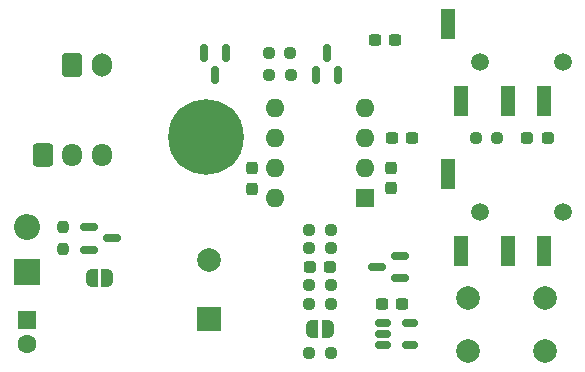
<source format=gbr>
%TF.GenerationSoftware,KiCad,Pcbnew,8.0.4-1.fc40*%
%TF.CreationDate,2024-08-14T09:28:34-05:00*%
%TF.ProjectId,K9QW_ATTiny_CW_Keyer,4b395157-5f41-4545-9469-6e795f43575f,rev?*%
%TF.SameCoordinates,Original*%
%TF.FileFunction,Soldermask,Top*%
%TF.FilePolarity,Negative*%
%FSLAX46Y46*%
G04 Gerber Fmt 4.6, Leading zero omitted, Abs format (unit mm)*
G04 Created by KiCad (PCBNEW 8.0.4-1.fc40) date 2024-08-14 09:28:34*
%MOMM*%
%LPD*%
G01*
G04 APERTURE LIST*
G04 Aperture macros list*
%AMRoundRect*
0 Rectangle with rounded corners*
0 $1 Rounding radius*
0 $2 $3 $4 $5 $6 $7 $8 $9 X,Y pos of 4 corners*
0 Add a 4 corners polygon primitive as box body*
4,1,4,$2,$3,$4,$5,$6,$7,$8,$9,$2,$3,0*
0 Add four circle primitives for the rounded corners*
1,1,$1+$1,$2,$3*
1,1,$1+$1,$4,$5*
1,1,$1+$1,$6,$7*
1,1,$1+$1,$8,$9*
0 Add four rect primitives between the rounded corners*
20,1,$1+$1,$2,$3,$4,$5,0*
20,1,$1+$1,$4,$5,$6,$7,0*
20,1,$1+$1,$6,$7,$8,$9,0*
20,1,$1+$1,$8,$9,$2,$3,0*%
%AMFreePoly0*
4,1,19,0.500000,-0.750000,0.000000,-0.750000,0.000000,-0.744911,-0.071157,-0.744911,-0.207708,-0.704816,-0.327430,-0.627875,-0.420627,-0.520320,-0.479746,-0.390866,-0.500000,-0.250000,-0.500000,0.250000,-0.479746,0.390866,-0.420627,0.520320,-0.327430,0.627875,-0.207708,0.704816,-0.071157,0.744911,0.000000,0.744911,0.000000,0.750000,0.500000,0.750000,0.500000,-0.750000,0.500000,-0.750000,
$1*%
%AMFreePoly1*
4,1,19,0.000000,0.744911,0.071157,0.744911,0.207708,0.704816,0.327430,0.627875,0.420627,0.520320,0.479746,0.390866,0.500000,0.250000,0.500000,-0.250000,0.479746,-0.390866,0.420627,-0.520320,0.327430,-0.627875,0.207708,-0.704816,0.071157,-0.744911,0.000000,-0.744911,0.000000,-0.750000,-0.500000,-0.750000,-0.500000,0.750000,0.000000,0.750000,0.000000,0.744911,0.000000,0.744911,
$1*%
G04 Aperture macros list end*
%ADD10RoundRect,0.237500X0.250000X0.237500X-0.250000X0.237500X-0.250000X-0.237500X0.250000X-0.237500X0*%
%ADD11R,2.000000X2.000000*%
%ADD12C,2.000000*%
%ADD13RoundRect,0.150000X0.150000X-0.587500X0.150000X0.587500X-0.150000X0.587500X-0.150000X-0.587500X0*%
%ADD14RoundRect,0.237500X-0.237500X0.300000X-0.237500X-0.300000X0.237500X-0.300000X0.237500X0.300000X0*%
%ADD15C,1.500000*%
%ADD16R,1.200000X2.500000*%
%ADD17RoundRect,0.237500X-0.237500X0.250000X-0.237500X-0.250000X0.237500X-0.250000X0.237500X0.250000X0*%
%ADD18RoundRect,0.237500X-0.300000X-0.237500X0.300000X-0.237500X0.300000X0.237500X-0.300000X0.237500X0*%
%ADD19RoundRect,0.150000X0.587500X0.150000X-0.587500X0.150000X-0.587500X-0.150000X0.587500X-0.150000X0*%
%ADD20RoundRect,0.250000X-0.600000X-0.725000X0.600000X-0.725000X0.600000X0.725000X-0.600000X0.725000X0*%
%ADD21O,1.700000X1.950000*%
%ADD22RoundRect,0.237500X-0.250000X-0.237500X0.250000X-0.237500X0.250000X0.237500X-0.250000X0.237500X0*%
%ADD23RoundRect,0.150000X-0.512500X-0.150000X0.512500X-0.150000X0.512500X0.150000X-0.512500X0.150000X0*%
%ADD24R,2.200000X2.200000*%
%ADD25O,2.200000X2.200000*%
%ADD26RoundRect,0.150000X-0.150000X0.587500X-0.150000X-0.587500X0.150000X-0.587500X0.150000X0.587500X0*%
%ADD27RoundRect,0.150000X-0.587500X-0.150000X0.587500X-0.150000X0.587500X0.150000X-0.587500X0.150000X0*%
%ADD28FreePoly0,0.000000*%
%ADD29FreePoly1,0.000000*%
%ADD30C,3.600000*%
%ADD31C,6.400000*%
%ADD32RoundRect,0.250000X-0.600000X-0.750000X0.600000X-0.750000X0.600000X0.750000X-0.600000X0.750000X0*%
%ADD33O,1.700000X2.000000*%
%ADD34R,1.600000X1.600000*%
%ADD35O,1.600000X1.600000*%
%ADD36C,1.600000*%
%ADD37FreePoly0,180.000000*%
%ADD38FreePoly1,180.000000*%
%ADD39RoundRect,0.237500X0.287500X0.237500X-0.287500X0.237500X-0.287500X-0.237500X0.287500X-0.237500X0*%
%ADD40RoundRect,0.237500X-0.287500X-0.237500X0.287500X-0.237500X0.287500X0.237500X-0.287500X0.237500X0*%
G04 APERTURE END LIST*
D10*
%TO.C,R10*%
X156131900Y-115824000D03*
X154306900Y-115824000D03*
%TD*%
D11*
%TO.C,BZ1*%
X145796000Y-112928400D03*
D12*
X145796000Y-107928400D03*
%TD*%
D13*
%TO.C,Q3*%
X154839500Y-92275900D03*
X156739500Y-92275900D03*
X155789500Y-90400900D03*
%TD*%
D10*
%TO.C,R7*%
X156131900Y-111658400D03*
X154306900Y-111658400D03*
%TD*%
D14*
%TO.C,C5*%
X149428200Y-100153300D03*
X149428200Y-101878300D03*
%TD*%
D15*
%TO.C,J2*%
X175768000Y-91186000D03*
X168768000Y-91186000D03*
D16*
X171168000Y-94436000D03*
X174168000Y-94436000D03*
X166068000Y-87936000D03*
X167168000Y-94436000D03*
%TD*%
D17*
%TO.C,R2*%
X133477000Y-105157900D03*
X133477000Y-106982900D03*
%TD*%
D18*
%TO.C,C7*%
X160452900Y-111658400D03*
X162177900Y-111658400D03*
%TD*%
D19*
%TO.C,Q4*%
X161948100Y-109458800D03*
X161948100Y-107558800D03*
X160073100Y-108508800D03*
%TD*%
D14*
%TO.C,C8*%
X161262400Y-100143600D03*
X161262400Y-101868600D03*
%TD*%
D20*
%TO.C,SW1*%
X131739000Y-99043000D03*
D21*
X134239000Y-99043000D03*
X136739000Y-99043000D03*
%TD*%
D22*
%TO.C,R6*%
X168405800Y-97586800D03*
X170230800Y-97586800D03*
%TD*%
D23*
%TO.C,U3*%
X160584300Y-113248400D03*
X160584300Y-114198400D03*
X160584300Y-115148400D03*
X162859300Y-115148400D03*
X162859300Y-113248400D03*
%TD*%
D12*
%TO.C,SW2*%
X167742800Y-111161000D03*
X174242800Y-111161000D03*
X167742800Y-115661000D03*
X174242800Y-115661000D03*
%TD*%
D10*
%TO.C,R9*%
X156131900Y-106934000D03*
X154306900Y-106934000D03*
%TD*%
D24*
%TO.C,D1*%
X130403600Y-108966000D03*
D25*
X130403600Y-105156000D03*
%TD*%
D26*
%TO.C,Q2*%
X147289600Y-90424000D03*
X145389600Y-90424000D03*
X146339600Y-92299000D03*
%TD*%
D22*
%TO.C,R8*%
X154306900Y-110083600D03*
X156131900Y-110083600D03*
%TD*%
D27*
%TO.C,Q1*%
X135699500Y-105157100D03*
X135699500Y-107057100D03*
X137574500Y-106107100D03*
%TD*%
D18*
%TO.C,C9*%
X161298400Y-97634400D03*
X163023400Y-97634400D03*
%TD*%
D28*
%TO.C,JP4*%
X154569400Y-113741200D03*
D29*
X155869400Y-113741200D03*
%TD*%
D10*
%TO.C,R4*%
X152728000Y-92303600D03*
X150903000Y-92303600D03*
%TD*%
D30*
%TO.C,J4*%
X145593000Y-97536000D03*
D31*
X145593000Y-97536000D03*
%TD*%
D22*
%TO.C,R3*%
X154308800Y-105359200D03*
X156133800Y-105359200D03*
%TD*%
D32*
%TO.C,J1*%
X134259000Y-91423000D03*
D33*
X136759000Y-91423000D03*
%TD*%
D22*
%TO.C,R5*%
X150877900Y-90424000D03*
X152702900Y-90424000D03*
%TD*%
D34*
%TO.C,U1*%
X159021000Y-102688400D03*
D35*
X159021000Y-100148400D03*
X159021000Y-97608400D03*
X159021000Y-95068400D03*
X151401000Y-95068400D03*
X151401000Y-97608400D03*
X151401000Y-100148400D03*
X151401000Y-102688400D03*
%TD*%
D34*
%TO.C,C2*%
X130403600Y-113040088D03*
D36*
X130403600Y-115040088D03*
%TD*%
D37*
%TO.C,JP2*%
X137175000Y-109474000D03*
D38*
X135875000Y-109474000D03*
%TD*%
D15*
%TO.C,J3*%
X175768000Y-103886000D03*
X168768000Y-103886000D03*
D16*
X171168000Y-107136000D03*
X174168000Y-107136000D03*
X166068000Y-100636000D03*
X167168000Y-107136000D03*
%TD*%
D39*
%TO.C,D2*%
X174509400Y-97586800D03*
X172759400Y-97586800D03*
%TD*%
D18*
%TO.C,C6*%
X159868700Y-89306400D03*
X161593700Y-89306400D03*
%TD*%
D40*
%TO.C,D3*%
X154344400Y-108508800D03*
X156094400Y-108508800D03*
%TD*%
M02*

</source>
